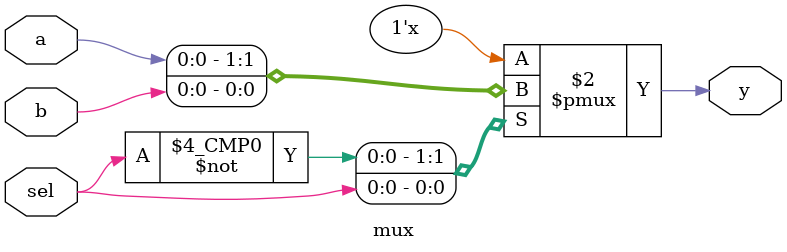
<source format=sv>
module mux (a,b,sel,y);
	input logic a,b,sel;
	output logic y;
	
	always@(*) begin
		case (sel)
			1'b0: y<=a;
			1'b1: y<=b;
		endcase
	end
endmodule
</source>
